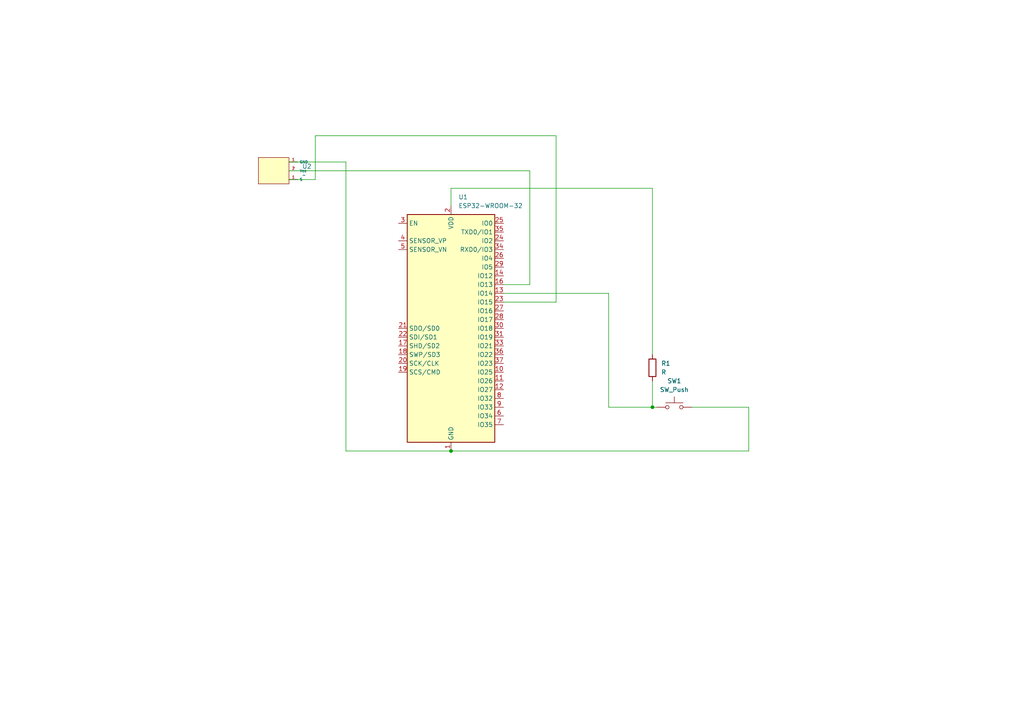
<source format=kicad_sch>
(kicad_sch (version 20250114) (generator "eeschema") (generator_version "9.0")
  (paper "A4")
  (lib_symbols
    (symbol "Device:R" (pin_numbers (hide yes)) (pin_names (offset 0))
      (property "Reference" "R" (at 2.032 0 90))
      (property "Value" "R" (at 0 0 90))
      (symbol "R_0_1"
        (rectangle (start -1.016 -2.54) (end 1.016 2.54) (stroke (width 0.254)))
      )
      (symbol "R_1_1"
        (pin passive line (at 0 3.81 270) (length 1.27) (name "~") (number "1"))
        (pin passive line (at 0 -3.81 90) (length 1.27) (name "~") (number "2"))
      )
    )
    (symbol "RF_Module:ESP32-WROOM-32"
      (property "Reference" "U" (at -12.7 34.29 0))
      (property "Value" "ESP32-WROOM-32" (at 1.27 34.29 0))
      (symbol "ESP32-WROOM-32_0_1"
        (rectangle (start -12.7 33.02) (end 12.7 -33.02) (stroke (width 0.254)) (fill (type background)))
      )
      (symbol "ESP32-WROOM-32_1_1"
        (pin input line (at -15.24 30.48 0) (length 2.54) (name "EN") (number "3"))
        (pin input line (at -15.24 25.4 0) (length 2.54) (name "SENSOR_VP") (number "4"))
        (pin input line (at -15.24 22.86 0) (length 2.54) (name "SENSOR_VN") (number "5"))
        (pin bidirectional line (at -15.24 0 0) (length 2.54) (name "SDO/SD0") (number "21"))
        (pin bidirectional line (at -15.24 -2.54 0) (length 2.54) (name "SDI/SD1") (number "22"))
        (pin bidirectional line (at -15.24 -5.08 0) (length 2.54) (name "SHD/SD2") (number "17"))
        (pin bidirectional line (at -15.24 -7.62 0) (length 2.54) (name "SWP/SD3") (number "18"))
        (pin bidirectional line (at -15.24 -10.16 0) (length 2.54) (name "SCK/CLK") (number "20"))
        (pin bidirectional line (at -15.24 -12.7 0) (length 2.54) (name "SCS/CMD") (number "19"))
        (pin no_connect line (at -12.7 -27.94 0) (length 2.54) (hide yes) (name "NC") (number "32"))
        (pin power_in line (at 0 35.56 270) (length 2.54) (name "VDD") (number "2"))
        (pin power_in line (at 0 -35.56 90) (length 2.54) (name "GND") (number "1"))
        (pin passive line (at 0 -35.56 90) (length 2.54) (hide yes) (name "GND") (number "15"))
        (pin passive line (at 0 -35.56 90) (length 2.54) (hide yes) (name "GND") (number "38"))
        (pin passive line (at 0 -35.56 90) (length 2.54) (hide yes) (name "GND") (number "39"))
        (pin bidirectional line (at 15.24 30.48 180) (length 2.54) (name "IO0") (number "25"))
        (pin bidirectional line (at 15.24 27.94 180) (length 2.54) (name "TXD0/IO1") (number "35"))
        (pin bidirectional line (at 15.24 25.4 180) (length 2.54) (name "IO2") (number "24"))
        (pin bidirectional line (at 15.24 22.86 180) (length 2.54) (name "RXD0/IO3") (number "34"))
        (pin bidirectional line (at 15.24 20.32 180) (length 2.54) (name "IO4") (number "26"))
        (pin bidirectional line (at 15.24 17.78 180) (length 2.54) (name "IO5") (number "29"))
        (pin bidirectional line (at 15.24 15.24 180) (length 2.54) (name "IO12") (number "14"))
        (pin bidirectional line (at 15.24 12.7 180) (length 2.54) (name "IO13") (number "16"))
        (pin bidirectional line (at 15.24 10.16 180) (length 2.54) (name "IO14") (number "13"))
        (pin bidirectional line (at 15.24 7.62 180) (length 2.54) (name "IO15") (number "23"))
        (pin bidirectional line (at 15.24 5.08 180) (length 2.54) (name "IO16") (number "27"))
        (pin bidirectional line (at 15.24 2.54 180) (length 2.54) (name "IO17") (number "28"))
        (pin bidirectional line (at 15.24 0 180) (length 2.54) (name "IO18") (number "30"))
        (pin bidirectional line (at 15.24 -2.54 180) (length 2.54) (name "IO19") (number "31"))
        (pin bidirectional line (at 15.24 -5.08 180) (length 2.54) (name "IO21") (number "33"))
        (pin bidirectional line (at 15.24 -7.62 180) (length 2.54) (name "IO22") (number "36"))
        (pin bidirectional line (at 15.24 -10.16 180) (length 2.54) (name "IO23") (number "37"))
        (pin bidirectional line (at 15.24 -12.7 180) (length 2.54) (name "IO25") (number "10"))
        (pin bidirectional line (at 15.24 -15.24 180) (length 2.54) (name "IO26") (number "11"))
        (pin bidirectional line (at 15.24 -17.78 180) (length 2.54) (name "IO27") (number "12"))
        (pin bidirectional line (at 15.24 -20.32 180) (length 2.54) (name "IO32") (number "8"))
        (pin bidirectional line (at 15.24 -22.86 180) (length 2.54) (name "IO33") (number "9"))
        (pin input line (at 15.24 -25.4 180) (length 2.54) (name "IO34") (number "6"))
        (pin input line (at 15.24 -27.94 180) (length 2.54) (name "IO35") (number "7"))
      )
    )
    (symbol "Switch:SW_Push" (pin_numbers (hide yes)) (pin_names (offset 1.016) (hide yes))
      (property "Reference" "SW" (at 1.27 2.54 0))
      (property "Value" "SW_Push" (at 0 -1.524 0))
      (symbol "SW_Push_0_1"
        (circle (center -2.032 0) (radius 0.508))
        (polyline (pts (xy 0 1.27) (xy 0 3.048)))
        (circle (center 2.032 0) (radius 0.508))
        (polyline (pts (xy 2.54 1.27) (xy -2.54 1.27)))
        (pin passive line (at -5.08 0 0) (length 2.54) (name "1") (number "1"))
        (pin passive line (at 5.08 0 180) (length 2.54) (name "2") (number "2"))
      )
    )
    (symbol "water_level_sensor:WaterLevelSensor-1"
      (property "Reference" "U" (at 0 2.794 0))
      (symbol "WaterLevelSensor-1_1_1"
        (rectangle (start -6.35 1.27) (end 2.54 -6.35) (fill (type background)))
        (pin input line (at 2.54 0 0) (length 2.54) (name "GND") (number "1"))
        (pin input line (at 2.54 -2.54 0) (length 2.54) (name "Vcc") (number "2"))
        (pin output line (at 2.54 -5.08 0) (length 2.54) (name "S") (number "1"))
      )
    )
  )
  (junction (at 130.81 130.81))
  (junction (at 189.23 118.11))
  (wire (pts (xy 161.29 39.37) (xy 161.29 87.63)))
  (wire (pts (xy 176.53 85.09) (xy 176.53 118.11)))
  (wire (pts (xy 161.29 87.63) (xy 146.05 87.63)))
  (wire (pts (xy 130.81 59.69) (xy 130.81 54.61)))
  (wire (pts (xy 189.23 102.87) (xy 189.23 54.61)))
  (wire (pts (xy 100.33 130.81) (xy 100.33 46.99)))
  (wire (pts (xy 91.44 52.07) (xy 83.82 52.07)))
  (wire (pts (xy 176.53 118.11) (xy 189.23 118.11)))
  (wire (pts (xy 100.33 46.99) (xy 83.82 46.99)))
  (wire (pts (xy 83.82 49.53) (xy 153.67 49.53)))
  (wire (pts (xy 91.44 39.37) (xy 91.44 52.07)))
  (wire (pts (xy 217.17 118.11) (xy 217.17 130.81)))
  (wire (pts (xy 189.23 54.61) (xy 130.81 54.61)))
  (wire (pts (xy 91.44 39.37) (xy 161.29 39.37)))
  (wire (pts (xy 189.23 118.11) (xy 189.23 110.49)))
  (wire (pts (xy 130.81 130.81) (xy 217.17 130.81)))
  (wire (pts (xy 146.05 85.09) (xy 176.53 85.09)))
  (wire (pts (xy 190.5 118.11) (xy 189.23 118.11)))
  (wire (pts (xy 200.66 118.11) (xy 217.17 118.11)))
  (wire (pts (xy 153.67 49.53) (xy 153.67 82.55)))
  (wire (pts (xy 153.67 82.55) (xy 146.05 82.55)))
  (wire (pts (xy 130.81 130.81) (xy 100.33 130.81)))
  (symbol (lib_id "Device:R") (at 189.23 106.68 0) (unit 1)
    (property "Reference" "R1" (at 191.77 105.4099 0) (effects (justify left)))
    (property "Value" "R" (at 191.77 107.9499 0) (effects (justify left)))
    (property "Description" "Resistor" (effects (hide yes)))
  )
  (symbol (lib_id "RF_Module:ESP32-WROOM-32") (at 130.81 95.25 0) (unit 1)
    (property "Reference" "U1" (at 132.9533 57.15 0) (effects (justify left)))
    (property "Value" "ESP32-WROOM-32" (at 132.9533 59.69 0) (effects (justify left)))
    (property "Footprint" "RF_Module:ESP32-WROOM-32" (effects (hide yes)))
    (property "Datasheet" "https://www.espressif.com/sites/default/files/documentation/esp32-wroom-32_datasheet_en.pdf" (effects (hide yes)))
    (property "Description" "RF Module, ESP32-D0WDQ6 SoC, Wi-Fi 802.11b/g/n, Bluetooth, BLE, 32-bit, 2.7-3.6V, onboard antenna, SMD" (effects (hide yes)))
  )
  (symbol (lib_id "water_level_sensor:WaterLevelSensor-1") (at 81.28 46.99 0) (unit 1)
    (property "Reference" "U2" (at 87.63 48.2599 0) (effects (justify left)))
    (property "Value" "~" (at 87.63 50.7999 0) (effects (justify left)))
  )
  (symbol (lib_id "Switch:SW_Push") (at 195.58 118.11 0) (unit 1)
    (property "Reference" "SW1" (at 195.58 110.49 0))
    (property "Value" "SW_Push" (at 195.58 113.03 0))
    (property "Description" "Push button switch, generic, two pins" (effects (hide yes)))
  )
)
</source>
